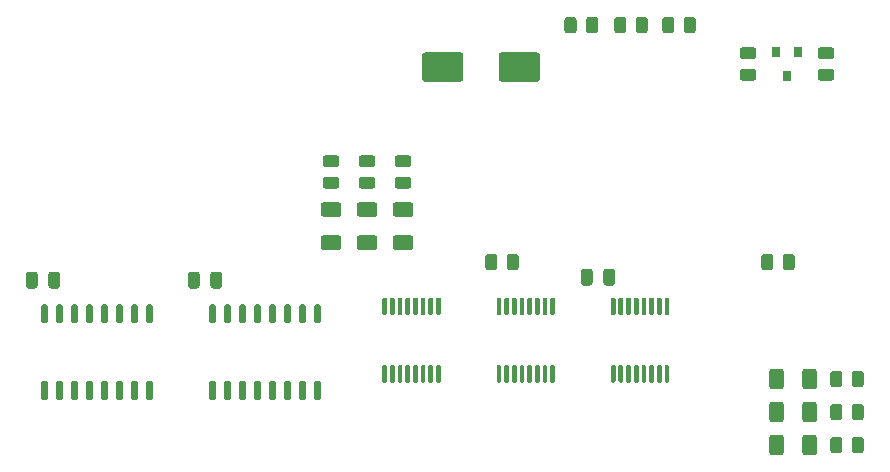
<source format=gbr>
%TF.GenerationSoftware,KiCad,Pcbnew,(5.1.10-1-10_14)*%
%TF.CreationDate,2021-11-14T12:00:46-05:00*%
%TF.ProjectId,clockv2,636c6f63-6b76-4322-9e6b-696361645f70,rev?*%
%TF.SameCoordinates,Original*%
%TF.FileFunction,Paste,Top*%
%TF.FilePolarity,Positive*%
%FSLAX46Y46*%
G04 Gerber Fmt 4.6, Leading zero omitted, Abs format (unit mm)*
G04 Created by KiCad (PCBNEW (5.1.10-1-10_14)) date 2021-11-14 12:00:46*
%MOMM*%
%LPD*%
G01*
G04 APERTURE LIST*
%ADD10R,0.800000X0.900000*%
G04 APERTURE END LIST*
%TO.C,U6*%
G36*
G01*
X195590500Y-58256000D02*
X195315500Y-58256000D01*
G75*
G02*
X195178000Y-58118500I0J137500D01*
G01*
X195178000Y-56793500D01*
G75*
G02*
X195315500Y-56656000I137500J0D01*
G01*
X195590500Y-56656000D01*
G75*
G02*
X195728000Y-56793500I0J-137500D01*
G01*
X195728000Y-58118500D01*
G75*
G02*
X195590500Y-58256000I-137500J0D01*
G01*
G37*
G36*
G01*
X196860500Y-58256000D02*
X196585500Y-58256000D01*
G75*
G02*
X196448000Y-58118500I0J137500D01*
G01*
X196448000Y-56793500D01*
G75*
G02*
X196585500Y-56656000I137500J0D01*
G01*
X196860500Y-56656000D01*
G75*
G02*
X196998000Y-56793500I0J-137500D01*
G01*
X196998000Y-58118500D01*
G75*
G02*
X196860500Y-58256000I-137500J0D01*
G01*
G37*
G36*
G01*
X198130500Y-58256000D02*
X197855500Y-58256000D01*
G75*
G02*
X197718000Y-58118500I0J137500D01*
G01*
X197718000Y-56793500D01*
G75*
G02*
X197855500Y-56656000I137500J0D01*
G01*
X198130500Y-56656000D01*
G75*
G02*
X198268000Y-56793500I0J-137500D01*
G01*
X198268000Y-58118500D01*
G75*
G02*
X198130500Y-58256000I-137500J0D01*
G01*
G37*
G36*
G01*
X199400500Y-58256000D02*
X199125500Y-58256000D01*
G75*
G02*
X198988000Y-58118500I0J137500D01*
G01*
X198988000Y-56793500D01*
G75*
G02*
X199125500Y-56656000I137500J0D01*
G01*
X199400500Y-56656000D01*
G75*
G02*
X199538000Y-56793500I0J-137500D01*
G01*
X199538000Y-58118500D01*
G75*
G02*
X199400500Y-58256000I-137500J0D01*
G01*
G37*
G36*
G01*
X200670500Y-58256000D02*
X200395500Y-58256000D01*
G75*
G02*
X200258000Y-58118500I0J137500D01*
G01*
X200258000Y-56793500D01*
G75*
G02*
X200395500Y-56656000I137500J0D01*
G01*
X200670500Y-56656000D01*
G75*
G02*
X200808000Y-56793500I0J-137500D01*
G01*
X200808000Y-58118500D01*
G75*
G02*
X200670500Y-58256000I-137500J0D01*
G01*
G37*
G36*
G01*
X201940500Y-58256000D02*
X201665500Y-58256000D01*
G75*
G02*
X201528000Y-58118500I0J137500D01*
G01*
X201528000Y-56793500D01*
G75*
G02*
X201665500Y-56656000I137500J0D01*
G01*
X201940500Y-56656000D01*
G75*
G02*
X202078000Y-56793500I0J-137500D01*
G01*
X202078000Y-58118500D01*
G75*
G02*
X201940500Y-58256000I-137500J0D01*
G01*
G37*
G36*
G01*
X203210500Y-58256000D02*
X202935500Y-58256000D01*
G75*
G02*
X202798000Y-58118500I0J137500D01*
G01*
X202798000Y-56793500D01*
G75*
G02*
X202935500Y-56656000I137500J0D01*
G01*
X203210500Y-56656000D01*
G75*
G02*
X203348000Y-56793500I0J-137500D01*
G01*
X203348000Y-58118500D01*
G75*
G02*
X203210500Y-58256000I-137500J0D01*
G01*
G37*
G36*
G01*
X204480500Y-58256000D02*
X204205500Y-58256000D01*
G75*
G02*
X204068000Y-58118500I0J137500D01*
G01*
X204068000Y-56793500D01*
G75*
G02*
X204205500Y-56656000I137500J0D01*
G01*
X204480500Y-56656000D01*
G75*
G02*
X204618000Y-56793500I0J-137500D01*
G01*
X204618000Y-58118500D01*
G75*
G02*
X204480500Y-58256000I-137500J0D01*
G01*
G37*
G36*
G01*
X204480500Y-64756000D02*
X204205500Y-64756000D01*
G75*
G02*
X204068000Y-64618500I0J137500D01*
G01*
X204068000Y-63293500D01*
G75*
G02*
X204205500Y-63156000I137500J0D01*
G01*
X204480500Y-63156000D01*
G75*
G02*
X204618000Y-63293500I0J-137500D01*
G01*
X204618000Y-64618500D01*
G75*
G02*
X204480500Y-64756000I-137500J0D01*
G01*
G37*
G36*
G01*
X203210500Y-64756000D02*
X202935500Y-64756000D01*
G75*
G02*
X202798000Y-64618500I0J137500D01*
G01*
X202798000Y-63293500D01*
G75*
G02*
X202935500Y-63156000I137500J0D01*
G01*
X203210500Y-63156000D01*
G75*
G02*
X203348000Y-63293500I0J-137500D01*
G01*
X203348000Y-64618500D01*
G75*
G02*
X203210500Y-64756000I-137500J0D01*
G01*
G37*
G36*
G01*
X201940500Y-64756000D02*
X201665500Y-64756000D01*
G75*
G02*
X201528000Y-64618500I0J137500D01*
G01*
X201528000Y-63293500D01*
G75*
G02*
X201665500Y-63156000I137500J0D01*
G01*
X201940500Y-63156000D01*
G75*
G02*
X202078000Y-63293500I0J-137500D01*
G01*
X202078000Y-64618500D01*
G75*
G02*
X201940500Y-64756000I-137500J0D01*
G01*
G37*
G36*
G01*
X200670500Y-64756000D02*
X200395500Y-64756000D01*
G75*
G02*
X200258000Y-64618500I0J137500D01*
G01*
X200258000Y-63293500D01*
G75*
G02*
X200395500Y-63156000I137500J0D01*
G01*
X200670500Y-63156000D01*
G75*
G02*
X200808000Y-63293500I0J-137500D01*
G01*
X200808000Y-64618500D01*
G75*
G02*
X200670500Y-64756000I-137500J0D01*
G01*
G37*
G36*
G01*
X199400500Y-64756000D02*
X199125500Y-64756000D01*
G75*
G02*
X198988000Y-64618500I0J137500D01*
G01*
X198988000Y-63293500D01*
G75*
G02*
X199125500Y-63156000I137500J0D01*
G01*
X199400500Y-63156000D01*
G75*
G02*
X199538000Y-63293500I0J-137500D01*
G01*
X199538000Y-64618500D01*
G75*
G02*
X199400500Y-64756000I-137500J0D01*
G01*
G37*
G36*
G01*
X198130500Y-64756000D02*
X197855500Y-64756000D01*
G75*
G02*
X197718000Y-64618500I0J137500D01*
G01*
X197718000Y-63293500D01*
G75*
G02*
X197855500Y-63156000I137500J0D01*
G01*
X198130500Y-63156000D01*
G75*
G02*
X198268000Y-63293500I0J-137500D01*
G01*
X198268000Y-64618500D01*
G75*
G02*
X198130500Y-64756000I-137500J0D01*
G01*
G37*
G36*
G01*
X196860500Y-64756000D02*
X196585500Y-64756000D01*
G75*
G02*
X196448000Y-64618500I0J137500D01*
G01*
X196448000Y-63293500D01*
G75*
G02*
X196585500Y-63156000I137500J0D01*
G01*
X196860500Y-63156000D01*
G75*
G02*
X196998000Y-63293500I0J-137500D01*
G01*
X196998000Y-64618500D01*
G75*
G02*
X196860500Y-64756000I-137500J0D01*
G01*
G37*
G36*
G01*
X195590500Y-64756000D02*
X195315500Y-64756000D01*
G75*
G02*
X195178000Y-64618500I0J137500D01*
G01*
X195178000Y-63293500D01*
G75*
G02*
X195315500Y-63156000I137500J0D01*
G01*
X195590500Y-63156000D01*
G75*
G02*
X195728000Y-63293500I0J-137500D01*
G01*
X195728000Y-64618500D01*
G75*
G02*
X195590500Y-64756000I-137500J0D01*
G01*
G37*
%TD*%
%TO.C,U3*%
G36*
G01*
X181366500Y-58256000D02*
X181091500Y-58256000D01*
G75*
G02*
X180954000Y-58118500I0J137500D01*
G01*
X180954000Y-56793500D01*
G75*
G02*
X181091500Y-56656000I137500J0D01*
G01*
X181366500Y-56656000D01*
G75*
G02*
X181504000Y-56793500I0J-137500D01*
G01*
X181504000Y-58118500D01*
G75*
G02*
X181366500Y-58256000I-137500J0D01*
G01*
G37*
G36*
G01*
X182636500Y-58256000D02*
X182361500Y-58256000D01*
G75*
G02*
X182224000Y-58118500I0J137500D01*
G01*
X182224000Y-56793500D01*
G75*
G02*
X182361500Y-56656000I137500J0D01*
G01*
X182636500Y-56656000D01*
G75*
G02*
X182774000Y-56793500I0J-137500D01*
G01*
X182774000Y-58118500D01*
G75*
G02*
X182636500Y-58256000I-137500J0D01*
G01*
G37*
G36*
G01*
X183906500Y-58256000D02*
X183631500Y-58256000D01*
G75*
G02*
X183494000Y-58118500I0J137500D01*
G01*
X183494000Y-56793500D01*
G75*
G02*
X183631500Y-56656000I137500J0D01*
G01*
X183906500Y-56656000D01*
G75*
G02*
X184044000Y-56793500I0J-137500D01*
G01*
X184044000Y-58118500D01*
G75*
G02*
X183906500Y-58256000I-137500J0D01*
G01*
G37*
G36*
G01*
X185176500Y-58256000D02*
X184901500Y-58256000D01*
G75*
G02*
X184764000Y-58118500I0J137500D01*
G01*
X184764000Y-56793500D01*
G75*
G02*
X184901500Y-56656000I137500J0D01*
G01*
X185176500Y-56656000D01*
G75*
G02*
X185314000Y-56793500I0J-137500D01*
G01*
X185314000Y-58118500D01*
G75*
G02*
X185176500Y-58256000I-137500J0D01*
G01*
G37*
G36*
G01*
X186446500Y-58256000D02*
X186171500Y-58256000D01*
G75*
G02*
X186034000Y-58118500I0J137500D01*
G01*
X186034000Y-56793500D01*
G75*
G02*
X186171500Y-56656000I137500J0D01*
G01*
X186446500Y-56656000D01*
G75*
G02*
X186584000Y-56793500I0J-137500D01*
G01*
X186584000Y-58118500D01*
G75*
G02*
X186446500Y-58256000I-137500J0D01*
G01*
G37*
G36*
G01*
X187716500Y-58256000D02*
X187441500Y-58256000D01*
G75*
G02*
X187304000Y-58118500I0J137500D01*
G01*
X187304000Y-56793500D01*
G75*
G02*
X187441500Y-56656000I137500J0D01*
G01*
X187716500Y-56656000D01*
G75*
G02*
X187854000Y-56793500I0J-137500D01*
G01*
X187854000Y-58118500D01*
G75*
G02*
X187716500Y-58256000I-137500J0D01*
G01*
G37*
G36*
G01*
X188986500Y-58256000D02*
X188711500Y-58256000D01*
G75*
G02*
X188574000Y-58118500I0J137500D01*
G01*
X188574000Y-56793500D01*
G75*
G02*
X188711500Y-56656000I137500J0D01*
G01*
X188986500Y-56656000D01*
G75*
G02*
X189124000Y-56793500I0J-137500D01*
G01*
X189124000Y-58118500D01*
G75*
G02*
X188986500Y-58256000I-137500J0D01*
G01*
G37*
G36*
G01*
X190256500Y-58256000D02*
X189981500Y-58256000D01*
G75*
G02*
X189844000Y-58118500I0J137500D01*
G01*
X189844000Y-56793500D01*
G75*
G02*
X189981500Y-56656000I137500J0D01*
G01*
X190256500Y-56656000D01*
G75*
G02*
X190394000Y-56793500I0J-137500D01*
G01*
X190394000Y-58118500D01*
G75*
G02*
X190256500Y-58256000I-137500J0D01*
G01*
G37*
G36*
G01*
X190256500Y-64756000D02*
X189981500Y-64756000D01*
G75*
G02*
X189844000Y-64618500I0J137500D01*
G01*
X189844000Y-63293500D01*
G75*
G02*
X189981500Y-63156000I137500J0D01*
G01*
X190256500Y-63156000D01*
G75*
G02*
X190394000Y-63293500I0J-137500D01*
G01*
X190394000Y-64618500D01*
G75*
G02*
X190256500Y-64756000I-137500J0D01*
G01*
G37*
G36*
G01*
X188986500Y-64756000D02*
X188711500Y-64756000D01*
G75*
G02*
X188574000Y-64618500I0J137500D01*
G01*
X188574000Y-63293500D01*
G75*
G02*
X188711500Y-63156000I137500J0D01*
G01*
X188986500Y-63156000D01*
G75*
G02*
X189124000Y-63293500I0J-137500D01*
G01*
X189124000Y-64618500D01*
G75*
G02*
X188986500Y-64756000I-137500J0D01*
G01*
G37*
G36*
G01*
X187716500Y-64756000D02*
X187441500Y-64756000D01*
G75*
G02*
X187304000Y-64618500I0J137500D01*
G01*
X187304000Y-63293500D01*
G75*
G02*
X187441500Y-63156000I137500J0D01*
G01*
X187716500Y-63156000D01*
G75*
G02*
X187854000Y-63293500I0J-137500D01*
G01*
X187854000Y-64618500D01*
G75*
G02*
X187716500Y-64756000I-137500J0D01*
G01*
G37*
G36*
G01*
X186446500Y-64756000D02*
X186171500Y-64756000D01*
G75*
G02*
X186034000Y-64618500I0J137500D01*
G01*
X186034000Y-63293500D01*
G75*
G02*
X186171500Y-63156000I137500J0D01*
G01*
X186446500Y-63156000D01*
G75*
G02*
X186584000Y-63293500I0J-137500D01*
G01*
X186584000Y-64618500D01*
G75*
G02*
X186446500Y-64756000I-137500J0D01*
G01*
G37*
G36*
G01*
X185176500Y-64756000D02*
X184901500Y-64756000D01*
G75*
G02*
X184764000Y-64618500I0J137500D01*
G01*
X184764000Y-63293500D01*
G75*
G02*
X184901500Y-63156000I137500J0D01*
G01*
X185176500Y-63156000D01*
G75*
G02*
X185314000Y-63293500I0J-137500D01*
G01*
X185314000Y-64618500D01*
G75*
G02*
X185176500Y-64756000I-137500J0D01*
G01*
G37*
G36*
G01*
X183906500Y-64756000D02*
X183631500Y-64756000D01*
G75*
G02*
X183494000Y-64618500I0J137500D01*
G01*
X183494000Y-63293500D01*
G75*
G02*
X183631500Y-63156000I137500J0D01*
G01*
X183906500Y-63156000D01*
G75*
G02*
X184044000Y-63293500I0J-137500D01*
G01*
X184044000Y-64618500D01*
G75*
G02*
X183906500Y-64756000I-137500J0D01*
G01*
G37*
G36*
G01*
X182636500Y-64756000D02*
X182361500Y-64756000D01*
G75*
G02*
X182224000Y-64618500I0J137500D01*
G01*
X182224000Y-63293500D01*
G75*
G02*
X182361500Y-63156000I137500J0D01*
G01*
X182636500Y-63156000D01*
G75*
G02*
X182774000Y-63293500I0J-137500D01*
G01*
X182774000Y-64618500D01*
G75*
G02*
X182636500Y-64756000I-137500J0D01*
G01*
G37*
G36*
G01*
X181366500Y-64756000D02*
X181091500Y-64756000D01*
G75*
G02*
X180954000Y-64618500I0J137500D01*
G01*
X180954000Y-63293500D01*
G75*
G02*
X181091500Y-63156000I137500J0D01*
G01*
X181366500Y-63156000D01*
G75*
G02*
X181504000Y-63293500I0J-137500D01*
G01*
X181504000Y-64618500D01*
G75*
G02*
X181366500Y-64756000I-137500J0D01*
G01*
G37*
%TD*%
%TO.C,R10*%
G36*
G01*
X241242001Y-35922000D02*
X240341999Y-35922000D01*
G75*
G02*
X240092000Y-35672001I0J249999D01*
G01*
X240092000Y-35146999D01*
G75*
G02*
X240341999Y-34897000I249999J0D01*
G01*
X241242001Y-34897000D01*
G75*
G02*
X241492000Y-35146999I0J-249999D01*
G01*
X241492000Y-35672001D01*
G75*
G02*
X241242001Y-35922000I-249999J0D01*
G01*
G37*
G36*
G01*
X241242001Y-37747000D02*
X240341999Y-37747000D01*
G75*
G02*
X240092000Y-37497001I0J249999D01*
G01*
X240092000Y-36971999D01*
G75*
G02*
X240341999Y-36722000I249999J0D01*
G01*
X241242001Y-36722000D01*
G75*
G02*
X241492000Y-36971999I0J-249999D01*
G01*
X241492000Y-37497001D01*
G75*
G02*
X241242001Y-37747000I-249999J0D01*
G01*
G37*
%TD*%
%TO.C,R9*%
G36*
G01*
X247846001Y-35922000D02*
X246945999Y-35922000D01*
G75*
G02*
X246696000Y-35672001I0J249999D01*
G01*
X246696000Y-35146999D01*
G75*
G02*
X246945999Y-34897000I249999J0D01*
G01*
X247846001Y-34897000D01*
G75*
G02*
X248096000Y-35146999I0J-249999D01*
G01*
X248096000Y-35672001D01*
G75*
G02*
X247846001Y-35922000I-249999J0D01*
G01*
G37*
G36*
G01*
X247846001Y-37747000D02*
X246945999Y-37747000D01*
G75*
G02*
X246696000Y-37497001I0J249999D01*
G01*
X246696000Y-36971999D01*
G75*
G02*
X246945999Y-36722000I249999J0D01*
G01*
X247846001Y-36722000D01*
G75*
G02*
X248096000Y-36971999I0J-249999D01*
G01*
X248096000Y-37497001D01*
G75*
G02*
X247846001Y-37747000I-249999J0D01*
G01*
G37*
%TD*%
D10*
%TO.C,Q1*%
X244094000Y-37322000D03*
X243144000Y-35322000D03*
X245044000Y-35322000D03*
%TD*%
%TO.C,U13*%
G36*
G01*
X243827000Y-65161000D02*
X243827000Y-66411000D01*
G75*
G02*
X243577000Y-66661000I-250000J0D01*
G01*
X242827000Y-66661000D01*
G75*
G02*
X242577000Y-66411000I0J250000D01*
G01*
X242577000Y-65161000D01*
G75*
G02*
X242827000Y-64911000I250000J0D01*
G01*
X243577000Y-64911000D01*
G75*
G02*
X243827000Y-65161000I0J-250000D01*
G01*
G37*
G36*
G01*
X246627000Y-65161000D02*
X246627000Y-66411000D01*
G75*
G02*
X246377000Y-66661000I-250000J0D01*
G01*
X245627000Y-66661000D01*
G75*
G02*
X245377000Y-66411000I0J250000D01*
G01*
X245377000Y-65161000D01*
G75*
G02*
X245627000Y-64911000I250000J0D01*
G01*
X246377000Y-64911000D01*
G75*
G02*
X246627000Y-65161000I0J-250000D01*
G01*
G37*
%TD*%
%TO.C,U12*%
G36*
G01*
X243827000Y-67955000D02*
X243827000Y-69205000D01*
G75*
G02*
X243577000Y-69455000I-250000J0D01*
G01*
X242827000Y-69455000D01*
G75*
G02*
X242577000Y-69205000I0J250000D01*
G01*
X242577000Y-67955000D01*
G75*
G02*
X242827000Y-67705000I250000J0D01*
G01*
X243577000Y-67705000D01*
G75*
G02*
X243827000Y-67955000I0J-250000D01*
G01*
G37*
G36*
G01*
X246627000Y-67955000D02*
X246627000Y-69205000D01*
G75*
G02*
X246377000Y-69455000I-250000J0D01*
G01*
X245627000Y-69455000D01*
G75*
G02*
X245377000Y-69205000I0J250000D01*
G01*
X245377000Y-67955000D01*
G75*
G02*
X245627000Y-67705000I250000J0D01*
G01*
X246377000Y-67705000D01*
G75*
G02*
X246627000Y-67955000I0J-250000D01*
G01*
G37*
%TD*%
%TO.C,U11*%
G36*
G01*
X243827000Y-62367000D02*
X243827000Y-63617000D01*
G75*
G02*
X243577000Y-63867000I-250000J0D01*
G01*
X242827000Y-63867000D01*
G75*
G02*
X242577000Y-63617000I0J250000D01*
G01*
X242577000Y-62367000D01*
G75*
G02*
X242827000Y-62117000I250000J0D01*
G01*
X243577000Y-62117000D01*
G75*
G02*
X243827000Y-62367000I0J-250000D01*
G01*
G37*
G36*
G01*
X246627000Y-62367000D02*
X246627000Y-63617000D01*
G75*
G02*
X246377000Y-63867000I-250000J0D01*
G01*
X245627000Y-63867000D01*
G75*
G02*
X245377000Y-63617000I0J250000D01*
G01*
X245377000Y-62367000D01*
G75*
G02*
X245627000Y-62117000I250000J0D01*
G01*
X246377000Y-62117000D01*
G75*
G02*
X246627000Y-62367000I0J-250000D01*
G01*
G37*
%TD*%
%TO.C,U10*%
G36*
G01*
X219802000Y-57565000D02*
X219602000Y-57565000D01*
G75*
G02*
X219502000Y-57465000I0J100000D01*
G01*
X219502000Y-56190000D01*
G75*
G02*
X219602000Y-56090000I100000J0D01*
G01*
X219802000Y-56090000D01*
G75*
G02*
X219902000Y-56190000I0J-100000D01*
G01*
X219902000Y-57465000D01*
G75*
G02*
X219802000Y-57565000I-100000J0D01*
G01*
G37*
G36*
G01*
X220452000Y-57565000D02*
X220252000Y-57565000D01*
G75*
G02*
X220152000Y-57465000I0J100000D01*
G01*
X220152000Y-56190000D01*
G75*
G02*
X220252000Y-56090000I100000J0D01*
G01*
X220452000Y-56090000D01*
G75*
G02*
X220552000Y-56190000I0J-100000D01*
G01*
X220552000Y-57465000D01*
G75*
G02*
X220452000Y-57565000I-100000J0D01*
G01*
G37*
G36*
G01*
X221102000Y-57565000D02*
X220902000Y-57565000D01*
G75*
G02*
X220802000Y-57465000I0J100000D01*
G01*
X220802000Y-56190000D01*
G75*
G02*
X220902000Y-56090000I100000J0D01*
G01*
X221102000Y-56090000D01*
G75*
G02*
X221202000Y-56190000I0J-100000D01*
G01*
X221202000Y-57465000D01*
G75*
G02*
X221102000Y-57565000I-100000J0D01*
G01*
G37*
G36*
G01*
X221752000Y-57565000D02*
X221552000Y-57565000D01*
G75*
G02*
X221452000Y-57465000I0J100000D01*
G01*
X221452000Y-56190000D01*
G75*
G02*
X221552000Y-56090000I100000J0D01*
G01*
X221752000Y-56090000D01*
G75*
G02*
X221852000Y-56190000I0J-100000D01*
G01*
X221852000Y-57465000D01*
G75*
G02*
X221752000Y-57565000I-100000J0D01*
G01*
G37*
G36*
G01*
X222402000Y-57565000D02*
X222202000Y-57565000D01*
G75*
G02*
X222102000Y-57465000I0J100000D01*
G01*
X222102000Y-56190000D01*
G75*
G02*
X222202000Y-56090000I100000J0D01*
G01*
X222402000Y-56090000D01*
G75*
G02*
X222502000Y-56190000I0J-100000D01*
G01*
X222502000Y-57465000D01*
G75*
G02*
X222402000Y-57565000I-100000J0D01*
G01*
G37*
G36*
G01*
X223052000Y-57565000D02*
X222852000Y-57565000D01*
G75*
G02*
X222752000Y-57465000I0J100000D01*
G01*
X222752000Y-56190000D01*
G75*
G02*
X222852000Y-56090000I100000J0D01*
G01*
X223052000Y-56090000D01*
G75*
G02*
X223152000Y-56190000I0J-100000D01*
G01*
X223152000Y-57465000D01*
G75*
G02*
X223052000Y-57565000I-100000J0D01*
G01*
G37*
G36*
G01*
X223702000Y-57565000D02*
X223502000Y-57565000D01*
G75*
G02*
X223402000Y-57465000I0J100000D01*
G01*
X223402000Y-56190000D01*
G75*
G02*
X223502000Y-56090000I100000J0D01*
G01*
X223702000Y-56090000D01*
G75*
G02*
X223802000Y-56190000I0J-100000D01*
G01*
X223802000Y-57465000D01*
G75*
G02*
X223702000Y-57565000I-100000J0D01*
G01*
G37*
G36*
G01*
X224352000Y-57565000D02*
X224152000Y-57565000D01*
G75*
G02*
X224052000Y-57465000I0J100000D01*
G01*
X224052000Y-56190000D01*
G75*
G02*
X224152000Y-56090000I100000J0D01*
G01*
X224352000Y-56090000D01*
G75*
G02*
X224452000Y-56190000I0J-100000D01*
G01*
X224452000Y-57465000D01*
G75*
G02*
X224352000Y-57565000I-100000J0D01*
G01*
G37*
G36*
G01*
X224352000Y-63290000D02*
X224152000Y-63290000D01*
G75*
G02*
X224052000Y-63190000I0J100000D01*
G01*
X224052000Y-61915000D01*
G75*
G02*
X224152000Y-61815000I100000J0D01*
G01*
X224352000Y-61815000D01*
G75*
G02*
X224452000Y-61915000I0J-100000D01*
G01*
X224452000Y-63190000D01*
G75*
G02*
X224352000Y-63290000I-100000J0D01*
G01*
G37*
G36*
G01*
X223702000Y-63290000D02*
X223502000Y-63290000D01*
G75*
G02*
X223402000Y-63190000I0J100000D01*
G01*
X223402000Y-61915000D01*
G75*
G02*
X223502000Y-61815000I100000J0D01*
G01*
X223702000Y-61815000D01*
G75*
G02*
X223802000Y-61915000I0J-100000D01*
G01*
X223802000Y-63190000D01*
G75*
G02*
X223702000Y-63290000I-100000J0D01*
G01*
G37*
G36*
G01*
X223052000Y-63290000D02*
X222852000Y-63290000D01*
G75*
G02*
X222752000Y-63190000I0J100000D01*
G01*
X222752000Y-61915000D01*
G75*
G02*
X222852000Y-61815000I100000J0D01*
G01*
X223052000Y-61815000D01*
G75*
G02*
X223152000Y-61915000I0J-100000D01*
G01*
X223152000Y-63190000D01*
G75*
G02*
X223052000Y-63290000I-100000J0D01*
G01*
G37*
G36*
G01*
X222402000Y-63290000D02*
X222202000Y-63290000D01*
G75*
G02*
X222102000Y-63190000I0J100000D01*
G01*
X222102000Y-61915000D01*
G75*
G02*
X222202000Y-61815000I100000J0D01*
G01*
X222402000Y-61815000D01*
G75*
G02*
X222502000Y-61915000I0J-100000D01*
G01*
X222502000Y-63190000D01*
G75*
G02*
X222402000Y-63290000I-100000J0D01*
G01*
G37*
G36*
G01*
X221752000Y-63290000D02*
X221552000Y-63290000D01*
G75*
G02*
X221452000Y-63190000I0J100000D01*
G01*
X221452000Y-61915000D01*
G75*
G02*
X221552000Y-61815000I100000J0D01*
G01*
X221752000Y-61815000D01*
G75*
G02*
X221852000Y-61915000I0J-100000D01*
G01*
X221852000Y-63190000D01*
G75*
G02*
X221752000Y-63290000I-100000J0D01*
G01*
G37*
G36*
G01*
X221102000Y-63290000D02*
X220902000Y-63290000D01*
G75*
G02*
X220802000Y-63190000I0J100000D01*
G01*
X220802000Y-61915000D01*
G75*
G02*
X220902000Y-61815000I100000J0D01*
G01*
X221102000Y-61815000D01*
G75*
G02*
X221202000Y-61915000I0J-100000D01*
G01*
X221202000Y-63190000D01*
G75*
G02*
X221102000Y-63290000I-100000J0D01*
G01*
G37*
G36*
G01*
X220452000Y-63290000D02*
X220252000Y-63290000D01*
G75*
G02*
X220152000Y-63190000I0J100000D01*
G01*
X220152000Y-61915000D01*
G75*
G02*
X220252000Y-61815000I100000J0D01*
G01*
X220452000Y-61815000D01*
G75*
G02*
X220552000Y-61915000I0J-100000D01*
G01*
X220552000Y-63190000D01*
G75*
G02*
X220452000Y-63290000I-100000J0D01*
G01*
G37*
G36*
G01*
X219802000Y-63290000D02*
X219602000Y-63290000D01*
G75*
G02*
X219502000Y-63190000I0J100000D01*
G01*
X219502000Y-61915000D01*
G75*
G02*
X219602000Y-61815000I100000J0D01*
G01*
X219802000Y-61815000D01*
G75*
G02*
X219902000Y-61915000I0J-100000D01*
G01*
X219902000Y-63190000D01*
G75*
G02*
X219802000Y-63290000I-100000J0D01*
G01*
G37*
%TD*%
%TO.C,U9*%
G36*
G01*
X210131000Y-57565000D02*
X209931000Y-57565000D01*
G75*
G02*
X209831000Y-57465000I0J100000D01*
G01*
X209831000Y-56190000D01*
G75*
G02*
X209931000Y-56090000I100000J0D01*
G01*
X210131000Y-56090000D01*
G75*
G02*
X210231000Y-56190000I0J-100000D01*
G01*
X210231000Y-57465000D01*
G75*
G02*
X210131000Y-57565000I-100000J0D01*
G01*
G37*
G36*
G01*
X210781000Y-57565000D02*
X210581000Y-57565000D01*
G75*
G02*
X210481000Y-57465000I0J100000D01*
G01*
X210481000Y-56190000D01*
G75*
G02*
X210581000Y-56090000I100000J0D01*
G01*
X210781000Y-56090000D01*
G75*
G02*
X210881000Y-56190000I0J-100000D01*
G01*
X210881000Y-57465000D01*
G75*
G02*
X210781000Y-57565000I-100000J0D01*
G01*
G37*
G36*
G01*
X211431000Y-57565000D02*
X211231000Y-57565000D01*
G75*
G02*
X211131000Y-57465000I0J100000D01*
G01*
X211131000Y-56190000D01*
G75*
G02*
X211231000Y-56090000I100000J0D01*
G01*
X211431000Y-56090000D01*
G75*
G02*
X211531000Y-56190000I0J-100000D01*
G01*
X211531000Y-57465000D01*
G75*
G02*
X211431000Y-57565000I-100000J0D01*
G01*
G37*
G36*
G01*
X212081000Y-57565000D02*
X211881000Y-57565000D01*
G75*
G02*
X211781000Y-57465000I0J100000D01*
G01*
X211781000Y-56190000D01*
G75*
G02*
X211881000Y-56090000I100000J0D01*
G01*
X212081000Y-56090000D01*
G75*
G02*
X212181000Y-56190000I0J-100000D01*
G01*
X212181000Y-57465000D01*
G75*
G02*
X212081000Y-57565000I-100000J0D01*
G01*
G37*
G36*
G01*
X212731000Y-57565000D02*
X212531000Y-57565000D01*
G75*
G02*
X212431000Y-57465000I0J100000D01*
G01*
X212431000Y-56190000D01*
G75*
G02*
X212531000Y-56090000I100000J0D01*
G01*
X212731000Y-56090000D01*
G75*
G02*
X212831000Y-56190000I0J-100000D01*
G01*
X212831000Y-57465000D01*
G75*
G02*
X212731000Y-57565000I-100000J0D01*
G01*
G37*
G36*
G01*
X213381000Y-57565000D02*
X213181000Y-57565000D01*
G75*
G02*
X213081000Y-57465000I0J100000D01*
G01*
X213081000Y-56190000D01*
G75*
G02*
X213181000Y-56090000I100000J0D01*
G01*
X213381000Y-56090000D01*
G75*
G02*
X213481000Y-56190000I0J-100000D01*
G01*
X213481000Y-57465000D01*
G75*
G02*
X213381000Y-57565000I-100000J0D01*
G01*
G37*
G36*
G01*
X214031000Y-57565000D02*
X213831000Y-57565000D01*
G75*
G02*
X213731000Y-57465000I0J100000D01*
G01*
X213731000Y-56190000D01*
G75*
G02*
X213831000Y-56090000I100000J0D01*
G01*
X214031000Y-56090000D01*
G75*
G02*
X214131000Y-56190000I0J-100000D01*
G01*
X214131000Y-57465000D01*
G75*
G02*
X214031000Y-57565000I-100000J0D01*
G01*
G37*
G36*
G01*
X214681000Y-57565000D02*
X214481000Y-57565000D01*
G75*
G02*
X214381000Y-57465000I0J100000D01*
G01*
X214381000Y-56190000D01*
G75*
G02*
X214481000Y-56090000I100000J0D01*
G01*
X214681000Y-56090000D01*
G75*
G02*
X214781000Y-56190000I0J-100000D01*
G01*
X214781000Y-57465000D01*
G75*
G02*
X214681000Y-57565000I-100000J0D01*
G01*
G37*
G36*
G01*
X214681000Y-63290000D02*
X214481000Y-63290000D01*
G75*
G02*
X214381000Y-63190000I0J100000D01*
G01*
X214381000Y-61915000D01*
G75*
G02*
X214481000Y-61815000I100000J0D01*
G01*
X214681000Y-61815000D01*
G75*
G02*
X214781000Y-61915000I0J-100000D01*
G01*
X214781000Y-63190000D01*
G75*
G02*
X214681000Y-63290000I-100000J0D01*
G01*
G37*
G36*
G01*
X214031000Y-63290000D02*
X213831000Y-63290000D01*
G75*
G02*
X213731000Y-63190000I0J100000D01*
G01*
X213731000Y-61915000D01*
G75*
G02*
X213831000Y-61815000I100000J0D01*
G01*
X214031000Y-61815000D01*
G75*
G02*
X214131000Y-61915000I0J-100000D01*
G01*
X214131000Y-63190000D01*
G75*
G02*
X214031000Y-63290000I-100000J0D01*
G01*
G37*
G36*
G01*
X213381000Y-63290000D02*
X213181000Y-63290000D01*
G75*
G02*
X213081000Y-63190000I0J100000D01*
G01*
X213081000Y-61915000D01*
G75*
G02*
X213181000Y-61815000I100000J0D01*
G01*
X213381000Y-61815000D01*
G75*
G02*
X213481000Y-61915000I0J-100000D01*
G01*
X213481000Y-63190000D01*
G75*
G02*
X213381000Y-63290000I-100000J0D01*
G01*
G37*
G36*
G01*
X212731000Y-63290000D02*
X212531000Y-63290000D01*
G75*
G02*
X212431000Y-63190000I0J100000D01*
G01*
X212431000Y-61915000D01*
G75*
G02*
X212531000Y-61815000I100000J0D01*
G01*
X212731000Y-61815000D01*
G75*
G02*
X212831000Y-61915000I0J-100000D01*
G01*
X212831000Y-63190000D01*
G75*
G02*
X212731000Y-63290000I-100000J0D01*
G01*
G37*
G36*
G01*
X212081000Y-63290000D02*
X211881000Y-63290000D01*
G75*
G02*
X211781000Y-63190000I0J100000D01*
G01*
X211781000Y-61915000D01*
G75*
G02*
X211881000Y-61815000I100000J0D01*
G01*
X212081000Y-61815000D01*
G75*
G02*
X212181000Y-61915000I0J-100000D01*
G01*
X212181000Y-63190000D01*
G75*
G02*
X212081000Y-63290000I-100000J0D01*
G01*
G37*
G36*
G01*
X211431000Y-63290000D02*
X211231000Y-63290000D01*
G75*
G02*
X211131000Y-63190000I0J100000D01*
G01*
X211131000Y-61915000D01*
G75*
G02*
X211231000Y-61815000I100000J0D01*
G01*
X211431000Y-61815000D01*
G75*
G02*
X211531000Y-61915000I0J-100000D01*
G01*
X211531000Y-63190000D01*
G75*
G02*
X211431000Y-63290000I-100000J0D01*
G01*
G37*
G36*
G01*
X210781000Y-63290000D02*
X210581000Y-63290000D01*
G75*
G02*
X210481000Y-63190000I0J100000D01*
G01*
X210481000Y-61915000D01*
G75*
G02*
X210581000Y-61815000I100000J0D01*
G01*
X210781000Y-61815000D01*
G75*
G02*
X210881000Y-61915000I0J-100000D01*
G01*
X210881000Y-63190000D01*
G75*
G02*
X210781000Y-63290000I-100000J0D01*
G01*
G37*
G36*
G01*
X210131000Y-63290000D02*
X209931000Y-63290000D01*
G75*
G02*
X209831000Y-63190000I0J100000D01*
G01*
X209831000Y-61915000D01*
G75*
G02*
X209931000Y-61815000I100000J0D01*
G01*
X210131000Y-61815000D01*
G75*
G02*
X210231000Y-61915000I0J-100000D01*
G01*
X210231000Y-63190000D01*
G75*
G02*
X210131000Y-63290000I-100000J0D01*
G01*
G37*
%TD*%
%TO.C,U8*%
G36*
G01*
X204861000Y-50813000D02*
X206111000Y-50813000D01*
G75*
G02*
X206361000Y-51063000I0J-250000D01*
G01*
X206361000Y-51813000D01*
G75*
G02*
X206111000Y-52063000I-250000J0D01*
G01*
X204861000Y-52063000D01*
G75*
G02*
X204611000Y-51813000I0J250000D01*
G01*
X204611000Y-51063000D01*
G75*
G02*
X204861000Y-50813000I250000J0D01*
G01*
G37*
G36*
G01*
X204861000Y-48013000D02*
X206111000Y-48013000D01*
G75*
G02*
X206361000Y-48263000I0J-250000D01*
G01*
X206361000Y-49013000D01*
G75*
G02*
X206111000Y-49263000I-250000J0D01*
G01*
X204861000Y-49263000D01*
G75*
G02*
X204611000Y-49013000I0J250000D01*
G01*
X204611000Y-48263000D01*
G75*
G02*
X204861000Y-48013000I250000J0D01*
G01*
G37*
%TD*%
%TO.C,U5*%
G36*
G01*
X210957000Y-50813000D02*
X212207000Y-50813000D01*
G75*
G02*
X212457000Y-51063000I0J-250000D01*
G01*
X212457000Y-51813000D01*
G75*
G02*
X212207000Y-52063000I-250000J0D01*
G01*
X210957000Y-52063000D01*
G75*
G02*
X210707000Y-51813000I0J250000D01*
G01*
X210707000Y-51063000D01*
G75*
G02*
X210957000Y-50813000I250000J0D01*
G01*
G37*
G36*
G01*
X210957000Y-48013000D02*
X212207000Y-48013000D01*
G75*
G02*
X212457000Y-48263000I0J-250000D01*
G01*
X212457000Y-49013000D01*
G75*
G02*
X212207000Y-49263000I-250000J0D01*
G01*
X210957000Y-49263000D01*
G75*
G02*
X210707000Y-49013000I0J250000D01*
G01*
X210707000Y-48263000D01*
G75*
G02*
X210957000Y-48013000I250000J0D01*
G01*
G37*
%TD*%
%TO.C,U4*%
G36*
G01*
X207909000Y-50813000D02*
X209159000Y-50813000D01*
G75*
G02*
X209409000Y-51063000I0J-250000D01*
G01*
X209409000Y-51813000D01*
G75*
G02*
X209159000Y-52063000I-250000J0D01*
G01*
X207909000Y-52063000D01*
G75*
G02*
X207659000Y-51813000I0J250000D01*
G01*
X207659000Y-51063000D01*
G75*
G02*
X207909000Y-50813000I250000J0D01*
G01*
G37*
G36*
G01*
X207909000Y-48013000D02*
X209159000Y-48013000D01*
G75*
G02*
X209409000Y-48263000I0J-250000D01*
G01*
X209409000Y-49013000D01*
G75*
G02*
X209159000Y-49263000I-250000J0D01*
G01*
X207909000Y-49263000D01*
G75*
G02*
X207659000Y-49013000I0J250000D01*
G01*
X207659000Y-48263000D01*
G75*
G02*
X207909000Y-48013000I250000J0D01*
G01*
G37*
%TD*%
%TO.C,U2*%
G36*
G01*
X229473000Y-57565000D02*
X229273000Y-57565000D01*
G75*
G02*
X229173000Y-57465000I0J100000D01*
G01*
X229173000Y-56190000D01*
G75*
G02*
X229273000Y-56090000I100000J0D01*
G01*
X229473000Y-56090000D01*
G75*
G02*
X229573000Y-56190000I0J-100000D01*
G01*
X229573000Y-57465000D01*
G75*
G02*
X229473000Y-57565000I-100000J0D01*
G01*
G37*
G36*
G01*
X230123000Y-57565000D02*
X229923000Y-57565000D01*
G75*
G02*
X229823000Y-57465000I0J100000D01*
G01*
X229823000Y-56190000D01*
G75*
G02*
X229923000Y-56090000I100000J0D01*
G01*
X230123000Y-56090000D01*
G75*
G02*
X230223000Y-56190000I0J-100000D01*
G01*
X230223000Y-57465000D01*
G75*
G02*
X230123000Y-57565000I-100000J0D01*
G01*
G37*
G36*
G01*
X230773000Y-57565000D02*
X230573000Y-57565000D01*
G75*
G02*
X230473000Y-57465000I0J100000D01*
G01*
X230473000Y-56190000D01*
G75*
G02*
X230573000Y-56090000I100000J0D01*
G01*
X230773000Y-56090000D01*
G75*
G02*
X230873000Y-56190000I0J-100000D01*
G01*
X230873000Y-57465000D01*
G75*
G02*
X230773000Y-57565000I-100000J0D01*
G01*
G37*
G36*
G01*
X231423000Y-57565000D02*
X231223000Y-57565000D01*
G75*
G02*
X231123000Y-57465000I0J100000D01*
G01*
X231123000Y-56190000D01*
G75*
G02*
X231223000Y-56090000I100000J0D01*
G01*
X231423000Y-56090000D01*
G75*
G02*
X231523000Y-56190000I0J-100000D01*
G01*
X231523000Y-57465000D01*
G75*
G02*
X231423000Y-57565000I-100000J0D01*
G01*
G37*
G36*
G01*
X232073000Y-57565000D02*
X231873000Y-57565000D01*
G75*
G02*
X231773000Y-57465000I0J100000D01*
G01*
X231773000Y-56190000D01*
G75*
G02*
X231873000Y-56090000I100000J0D01*
G01*
X232073000Y-56090000D01*
G75*
G02*
X232173000Y-56190000I0J-100000D01*
G01*
X232173000Y-57465000D01*
G75*
G02*
X232073000Y-57565000I-100000J0D01*
G01*
G37*
G36*
G01*
X232723000Y-57565000D02*
X232523000Y-57565000D01*
G75*
G02*
X232423000Y-57465000I0J100000D01*
G01*
X232423000Y-56190000D01*
G75*
G02*
X232523000Y-56090000I100000J0D01*
G01*
X232723000Y-56090000D01*
G75*
G02*
X232823000Y-56190000I0J-100000D01*
G01*
X232823000Y-57465000D01*
G75*
G02*
X232723000Y-57565000I-100000J0D01*
G01*
G37*
G36*
G01*
X233373000Y-57565000D02*
X233173000Y-57565000D01*
G75*
G02*
X233073000Y-57465000I0J100000D01*
G01*
X233073000Y-56190000D01*
G75*
G02*
X233173000Y-56090000I100000J0D01*
G01*
X233373000Y-56090000D01*
G75*
G02*
X233473000Y-56190000I0J-100000D01*
G01*
X233473000Y-57465000D01*
G75*
G02*
X233373000Y-57565000I-100000J0D01*
G01*
G37*
G36*
G01*
X234023000Y-57565000D02*
X233823000Y-57565000D01*
G75*
G02*
X233723000Y-57465000I0J100000D01*
G01*
X233723000Y-56190000D01*
G75*
G02*
X233823000Y-56090000I100000J0D01*
G01*
X234023000Y-56090000D01*
G75*
G02*
X234123000Y-56190000I0J-100000D01*
G01*
X234123000Y-57465000D01*
G75*
G02*
X234023000Y-57565000I-100000J0D01*
G01*
G37*
G36*
G01*
X234023000Y-63290000D02*
X233823000Y-63290000D01*
G75*
G02*
X233723000Y-63190000I0J100000D01*
G01*
X233723000Y-61915000D01*
G75*
G02*
X233823000Y-61815000I100000J0D01*
G01*
X234023000Y-61815000D01*
G75*
G02*
X234123000Y-61915000I0J-100000D01*
G01*
X234123000Y-63190000D01*
G75*
G02*
X234023000Y-63290000I-100000J0D01*
G01*
G37*
G36*
G01*
X233373000Y-63290000D02*
X233173000Y-63290000D01*
G75*
G02*
X233073000Y-63190000I0J100000D01*
G01*
X233073000Y-61915000D01*
G75*
G02*
X233173000Y-61815000I100000J0D01*
G01*
X233373000Y-61815000D01*
G75*
G02*
X233473000Y-61915000I0J-100000D01*
G01*
X233473000Y-63190000D01*
G75*
G02*
X233373000Y-63290000I-100000J0D01*
G01*
G37*
G36*
G01*
X232723000Y-63290000D02*
X232523000Y-63290000D01*
G75*
G02*
X232423000Y-63190000I0J100000D01*
G01*
X232423000Y-61915000D01*
G75*
G02*
X232523000Y-61815000I100000J0D01*
G01*
X232723000Y-61815000D01*
G75*
G02*
X232823000Y-61915000I0J-100000D01*
G01*
X232823000Y-63190000D01*
G75*
G02*
X232723000Y-63290000I-100000J0D01*
G01*
G37*
G36*
G01*
X232073000Y-63290000D02*
X231873000Y-63290000D01*
G75*
G02*
X231773000Y-63190000I0J100000D01*
G01*
X231773000Y-61915000D01*
G75*
G02*
X231873000Y-61815000I100000J0D01*
G01*
X232073000Y-61815000D01*
G75*
G02*
X232173000Y-61915000I0J-100000D01*
G01*
X232173000Y-63190000D01*
G75*
G02*
X232073000Y-63290000I-100000J0D01*
G01*
G37*
G36*
G01*
X231423000Y-63290000D02*
X231223000Y-63290000D01*
G75*
G02*
X231123000Y-63190000I0J100000D01*
G01*
X231123000Y-61915000D01*
G75*
G02*
X231223000Y-61815000I100000J0D01*
G01*
X231423000Y-61815000D01*
G75*
G02*
X231523000Y-61915000I0J-100000D01*
G01*
X231523000Y-63190000D01*
G75*
G02*
X231423000Y-63290000I-100000J0D01*
G01*
G37*
G36*
G01*
X230773000Y-63290000D02*
X230573000Y-63290000D01*
G75*
G02*
X230473000Y-63190000I0J100000D01*
G01*
X230473000Y-61915000D01*
G75*
G02*
X230573000Y-61815000I100000J0D01*
G01*
X230773000Y-61815000D01*
G75*
G02*
X230873000Y-61915000I0J-100000D01*
G01*
X230873000Y-63190000D01*
G75*
G02*
X230773000Y-63290000I-100000J0D01*
G01*
G37*
G36*
G01*
X230123000Y-63290000D02*
X229923000Y-63290000D01*
G75*
G02*
X229823000Y-63190000I0J100000D01*
G01*
X229823000Y-61915000D01*
G75*
G02*
X229923000Y-61815000I100000J0D01*
G01*
X230123000Y-61815000D01*
G75*
G02*
X230223000Y-61915000I0J-100000D01*
G01*
X230223000Y-63190000D01*
G75*
G02*
X230123000Y-63290000I-100000J0D01*
G01*
G37*
G36*
G01*
X229473000Y-63290000D02*
X229273000Y-63290000D01*
G75*
G02*
X229173000Y-63190000I0J100000D01*
G01*
X229173000Y-61915000D01*
G75*
G02*
X229273000Y-61815000I100000J0D01*
G01*
X229473000Y-61815000D01*
G75*
G02*
X229573000Y-61915000I0J-100000D01*
G01*
X229573000Y-63190000D01*
G75*
G02*
X229473000Y-63290000I-100000J0D01*
G01*
G37*
%TD*%
%TO.C,R13*%
G36*
G01*
X235350000Y-33470002D02*
X235350000Y-32569998D01*
G75*
G02*
X235599998Y-32320000I249998J0D01*
G01*
X236125002Y-32320000D01*
G75*
G02*
X236375000Y-32569998I0J-249998D01*
G01*
X236375000Y-33470002D01*
G75*
G02*
X236125002Y-33720000I-249998J0D01*
G01*
X235599998Y-33720000D01*
G75*
G02*
X235350000Y-33470002I0J249998D01*
G01*
G37*
G36*
G01*
X233525000Y-33470002D02*
X233525000Y-32569998D01*
G75*
G02*
X233774998Y-32320000I249998J0D01*
G01*
X234300002Y-32320000D01*
G75*
G02*
X234550000Y-32569998I0J-249998D01*
G01*
X234550000Y-33470002D01*
G75*
G02*
X234300002Y-33720000I-249998J0D01*
G01*
X233774998Y-33720000D01*
G75*
G02*
X233525000Y-33470002I0J249998D01*
G01*
G37*
%TD*%
%TO.C,R12*%
G36*
G01*
X231286000Y-33470002D02*
X231286000Y-32569998D01*
G75*
G02*
X231535998Y-32320000I249998J0D01*
G01*
X232061002Y-32320000D01*
G75*
G02*
X232311000Y-32569998I0J-249998D01*
G01*
X232311000Y-33470002D01*
G75*
G02*
X232061002Y-33720000I-249998J0D01*
G01*
X231535998Y-33720000D01*
G75*
G02*
X231286000Y-33470002I0J249998D01*
G01*
G37*
G36*
G01*
X229461000Y-33470002D02*
X229461000Y-32569998D01*
G75*
G02*
X229710998Y-32320000I249998J0D01*
G01*
X230236002Y-32320000D01*
G75*
G02*
X230486000Y-32569998I0J-249998D01*
G01*
X230486000Y-33470002D01*
G75*
G02*
X230236002Y-33720000I-249998J0D01*
G01*
X229710998Y-33720000D01*
G75*
G02*
X229461000Y-33470002I0J249998D01*
G01*
G37*
%TD*%
%TO.C,R11*%
G36*
G01*
X227071500Y-33470002D02*
X227071500Y-32569998D01*
G75*
G02*
X227321498Y-32320000I249998J0D01*
G01*
X227846502Y-32320000D01*
G75*
G02*
X228096500Y-32569998I0J-249998D01*
G01*
X228096500Y-33470002D01*
G75*
G02*
X227846502Y-33720000I-249998J0D01*
G01*
X227321498Y-33720000D01*
G75*
G02*
X227071500Y-33470002I0J249998D01*
G01*
G37*
G36*
G01*
X225246500Y-33470002D02*
X225246500Y-32569998D01*
G75*
G02*
X225496498Y-32320000I249998J0D01*
G01*
X226021502Y-32320000D01*
G75*
G02*
X226271500Y-32569998I0J-249998D01*
G01*
X226271500Y-33470002D01*
G75*
G02*
X226021502Y-33720000I-249998J0D01*
G01*
X225496498Y-33720000D01*
G75*
G02*
X225246500Y-33470002I0J249998D01*
G01*
G37*
%TD*%
%TO.C,R8*%
G36*
G01*
X248774000Y-65335998D02*
X248774000Y-66236002D01*
G75*
G02*
X248524002Y-66486000I-249998J0D01*
G01*
X247998998Y-66486000D01*
G75*
G02*
X247749000Y-66236002I0J249998D01*
G01*
X247749000Y-65335998D01*
G75*
G02*
X247998998Y-65086000I249998J0D01*
G01*
X248524002Y-65086000D01*
G75*
G02*
X248774000Y-65335998I0J-249998D01*
G01*
G37*
G36*
G01*
X250599000Y-65335998D02*
X250599000Y-66236002D01*
G75*
G02*
X250349002Y-66486000I-249998J0D01*
G01*
X249823998Y-66486000D01*
G75*
G02*
X249574000Y-66236002I0J249998D01*
G01*
X249574000Y-65335998D01*
G75*
G02*
X249823998Y-65086000I249998J0D01*
G01*
X250349002Y-65086000D01*
G75*
G02*
X250599000Y-65335998I0J-249998D01*
G01*
G37*
%TD*%
%TO.C,R7*%
G36*
G01*
X248774000Y-68129998D02*
X248774000Y-69030002D01*
G75*
G02*
X248524002Y-69280000I-249998J0D01*
G01*
X247998998Y-69280000D01*
G75*
G02*
X247749000Y-69030002I0J249998D01*
G01*
X247749000Y-68129998D01*
G75*
G02*
X247998998Y-67880000I249998J0D01*
G01*
X248524002Y-67880000D01*
G75*
G02*
X248774000Y-68129998I0J-249998D01*
G01*
G37*
G36*
G01*
X250599000Y-68129998D02*
X250599000Y-69030002D01*
G75*
G02*
X250349002Y-69280000I-249998J0D01*
G01*
X249823998Y-69280000D01*
G75*
G02*
X249574000Y-69030002I0J249998D01*
G01*
X249574000Y-68129998D01*
G75*
G02*
X249823998Y-67880000I249998J0D01*
G01*
X250349002Y-67880000D01*
G75*
G02*
X250599000Y-68129998I0J-249998D01*
G01*
G37*
%TD*%
%TO.C,R6*%
G36*
G01*
X243732000Y-53536002D02*
X243732000Y-52635998D01*
G75*
G02*
X243981998Y-52386000I249998J0D01*
G01*
X244507002Y-52386000D01*
G75*
G02*
X244757000Y-52635998I0J-249998D01*
G01*
X244757000Y-53536002D01*
G75*
G02*
X244507002Y-53786000I-249998J0D01*
G01*
X243981998Y-53786000D01*
G75*
G02*
X243732000Y-53536002I0J249998D01*
G01*
G37*
G36*
G01*
X241907000Y-53536002D02*
X241907000Y-52635998D01*
G75*
G02*
X242156998Y-52386000I249998J0D01*
G01*
X242682002Y-52386000D01*
G75*
G02*
X242932000Y-52635998I0J-249998D01*
G01*
X242932000Y-53536002D01*
G75*
G02*
X242682002Y-53786000I-249998J0D01*
G01*
X242156998Y-53786000D01*
G75*
G02*
X241907000Y-53536002I0J249998D01*
G01*
G37*
%TD*%
%TO.C,R5*%
G36*
G01*
X249574000Y-63442002D02*
X249574000Y-62541998D01*
G75*
G02*
X249823998Y-62292000I249998J0D01*
G01*
X250349002Y-62292000D01*
G75*
G02*
X250599000Y-62541998I0J-249998D01*
G01*
X250599000Y-63442002D01*
G75*
G02*
X250349002Y-63692000I-249998J0D01*
G01*
X249823998Y-63692000D01*
G75*
G02*
X249574000Y-63442002I0J249998D01*
G01*
G37*
G36*
G01*
X247749000Y-63442002D02*
X247749000Y-62541998D01*
G75*
G02*
X247998998Y-62292000I249998J0D01*
G01*
X248524002Y-62292000D01*
G75*
G02*
X248774000Y-62541998I0J-249998D01*
G01*
X248774000Y-63442002D01*
G75*
G02*
X248524002Y-63692000I-249998J0D01*
G01*
X247998998Y-63692000D01*
G75*
G02*
X247749000Y-63442002I0J249998D01*
G01*
G37*
%TD*%
%TO.C,R4*%
G36*
G01*
X212032002Y-45066000D02*
X211131998Y-45066000D01*
G75*
G02*
X210882000Y-44816002I0J249998D01*
G01*
X210882000Y-44290998D01*
G75*
G02*
X211131998Y-44041000I249998J0D01*
G01*
X212032002Y-44041000D01*
G75*
G02*
X212282000Y-44290998I0J-249998D01*
G01*
X212282000Y-44816002D01*
G75*
G02*
X212032002Y-45066000I-249998J0D01*
G01*
G37*
G36*
G01*
X212032002Y-46891000D02*
X211131998Y-46891000D01*
G75*
G02*
X210882000Y-46641002I0J249998D01*
G01*
X210882000Y-46115998D01*
G75*
G02*
X211131998Y-45866000I249998J0D01*
G01*
X212032002Y-45866000D01*
G75*
G02*
X212282000Y-46115998I0J-249998D01*
G01*
X212282000Y-46641002D01*
G75*
G02*
X212032002Y-46891000I-249998J0D01*
G01*
G37*
%TD*%
%TO.C,R3*%
G36*
G01*
X208984002Y-45066000D02*
X208083998Y-45066000D01*
G75*
G02*
X207834000Y-44816002I0J249998D01*
G01*
X207834000Y-44290998D01*
G75*
G02*
X208083998Y-44041000I249998J0D01*
G01*
X208984002Y-44041000D01*
G75*
G02*
X209234000Y-44290998I0J-249998D01*
G01*
X209234000Y-44816002D01*
G75*
G02*
X208984002Y-45066000I-249998J0D01*
G01*
G37*
G36*
G01*
X208984002Y-46891000D02*
X208083998Y-46891000D01*
G75*
G02*
X207834000Y-46641002I0J249998D01*
G01*
X207834000Y-46115998D01*
G75*
G02*
X208083998Y-45866000I249998J0D01*
G01*
X208984002Y-45866000D01*
G75*
G02*
X209234000Y-46115998I0J-249998D01*
G01*
X209234000Y-46641002D01*
G75*
G02*
X208984002Y-46891000I-249998J0D01*
G01*
G37*
%TD*%
%TO.C,R2*%
G36*
G01*
X205936002Y-45066000D02*
X205035998Y-45066000D01*
G75*
G02*
X204786000Y-44816002I0J249998D01*
G01*
X204786000Y-44290998D01*
G75*
G02*
X205035998Y-44041000I249998J0D01*
G01*
X205936002Y-44041000D01*
G75*
G02*
X206186000Y-44290998I0J-249998D01*
G01*
X206186000Y-44816002D01*
G75*
G02*
X205936002Y-45066000I-249998J0D01*
G01*
G37*
G36*
G01*
X205936002Y-46891000D02*
X205035998Y-46891000D01*
G75*
G02*
X204786000Y-46641002I0J249998D01*
G01*
X204786000Y-46115998D01*
G75*
G02*
X205035998Y-45866000I249998J0D01*
G01*
X205936002Y-45866000D01*
G75*
G02*
X206186000Y-46115998I0J-249998D01*
G01*
X206186000Y-46641002D01*
G75*
G02*
X205936002Y-46891000I-249998J0D01*
G01*
G37*
%TD*%
%TO.C,R1*%
G36*
G01*
X220364000Y-53536002D02*
X220364000Y-52635998D01*
G75*
G02*
X220613998Y-52386000I249998J0D01*
G01*
X221139002Y-52386000D01*
G75*
G02*
X221389000Y-52635998I0J-249998D01*
G01*
X221389000Y-53536002D01*
G75*
G02*
X221139002Y-53786000I-249998J0D01*
G01*
X220613998Y-53786000D01*
G75*
G02*
X220364000Y-53536002I0J249998D01*
G01*
G37*
G36*
G01*
X218539000Y-53536002D02*
X218539000Y-52635998D01*
G75*
G02*
X218788998Y-52386000I249998J0D01*
G01*
X219314002Y-52386000D01*
G75*
G02*
X219564000Y-52635998I0J-249998D01*
G01*
X219564000Y-53536002D01*
G75*
G02*
X219314002Y-53786000I-249998J0D01*
G01*
X218788998Y-53786000D01*
G75*
G02*
X218539000Y-53536002I0J249998D01*
G01*
G37*
%TD*%
%TO.C,C5*%
G36*
G01*
X219686000Y-37576000D02*
X219686000Y-35576000D01*
G75*
G02*
X219936000Y-35326000I250000J0D01*
G01*
X222936000Y-35326000D01*
G75*
G02*
X223186000Y-35576000I0J-250000D01*
G01*
X223186000Y-37576000D01*
G75*
G02*
X222936000Y-37826000I-250000J0D01*
G01*
X219936000Y-37826000D01*
G75*
G02*
X219686000Y-37576000I0J250000D01*
G01*
G37*
G36*
G01*
X213186000Y-37576000D02*
X213186000Y-35576000D01*
G75*
G02*
X213436000Y-35326000I250000J0D01*
G01*
X216436000Y-35326000D01*
G75*
G02*
X216686000Y-35576000I0J-250000D01*
G01*
X216686000Y-37576000D01*
G75*
G02*
X216436000Y-37826000I-250000J0D01*
G01*
X213436000Y-37826000D01*
G75*
G02*
X213186000Y-37576000I0J250000D01*
G01*
G37*
%TD*%
%TO.C,C3*%
G36*
G01*
X194368000Y-54135000D02*
X194368000Y-55085000D01*
G75*
G02*
X194118000Y-55335000I-250000J0D01*
G01*
X193618000Y-55335000D01*
G75*
G02*
X193368000Y-55085000I0J250000D01*
G01*
X193368000Y-54135000D01*
G75*
G02*
X193618000Y-53885000I250000J0D01*
G01*
X194118000Y-53885000D01*
G75*
G02*
X194368000Y-54135000I0J-250000D01*
G01*
G37*
G36*
G01*
X196268000Y-54135000D02*
X196268000Y-55085000D01*
G75*
G02*
X196018000Y-55335000I-250000J0D01*
G01*
X195518000Y-55335000D01*
G75*
G02*
X195268000Y-55085000I0J250000D01*
G01*
X195268000Y-54135000D01*
G75*
G02*
X195518000Y-53885000I250000J0D01*
G01*
X196018000Y-53885000D01*
G75*
G02*
X196268000Y-54135000I0J-250000D01*
G01*
G37*
%TD*%
%TO.C,C2*%
G36*
G01*
X227642000Y-53881000D02*
X227642000Y-54831000D01*
G75*
G02*
X227392000Y-55081000I-250000J0D01*
G01*
X226892000Y-55081000D01*
G75*
G02*
X226642000Y-54831000I0J250000D01*
G01*
X226642000Y-53881000D01*
G75*
G02*
X226892000Y-53631000I250000J0D01*
G01*
X227392000Y-53631000D01*
G75*
G02*
X227642000Y-53881000I0J-250000D01*
G01*
G37*
G36*
G01*
X229542000Y-53881000D02*
X229542000Y-54831000D01*
G75*
G02*
X229292000Y-55081000I-250000J0D01*
G01*
X228792000Y-55081000D01*
G75*
G02*
X228542000Y-54831000I0J250000D01*
G01*
X228542000Y-53881000D01*
G75*
G02*
X228792000Y-53631000I250000J0D01*
G01*
X229292000Y-53631000D01*
G75*
G02*
X229542000Y-53881000I0J-250000D01*
G01*
G37*
%TD*%
%TO.C,C1*%
G36*
G01*
X180652000Y-54135000D02*
X180652000Y-55085000D01*
G75*
G02*
X180402000Y-55335000I-250000J0D01*
G01*
X179902000Y-55335000D01*
G75*
G02*
X179652000Y-55085000I0J250000D01*
G01*
X179652000Y-54135000D01*
G75*
G02*
X179902000Y-53885000I250000J0D01*
G01*
X180402000Y-53885000D01*
G75*
G02*
X180652000Y-54135000I0J-250000D01*
G01*
G37*
G36*
G01*
X182552000Y-54135000D02*
X182552000Y-55085000D01*
G75*
G02*
X182302000Y-55335000I-250000J0D01*
G01*
X181802000Y-55335000D01*
G75*
G02*
X181552000Y-55085000I0J250000D01*
G01*
X181552000Y-54135000D01*
G75*
G02*
X181802000Y-53885000I250000J0D01*
G01*
X182302000Y-53885000D01*
G75*
G02*
X182552000Y-54135000I0J-250000D01*
G01*
G37*
%TD*%
M02*

</source>
